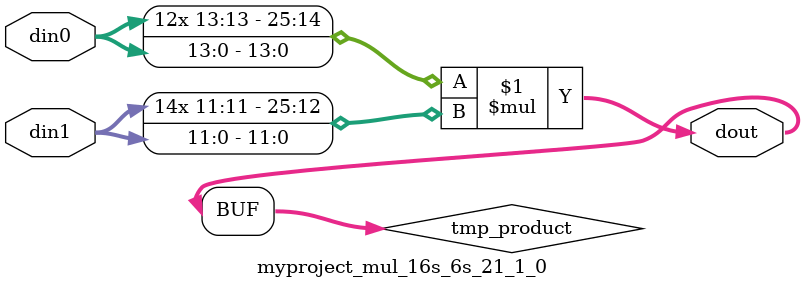
<source format=v>

`timescale 1 ns / 1 ps

  module myproject_mul_16s_6s_21_1_0(din0, din1, dout);
parameter ID = 1;
parameter NUM_STAGE = 0;
parameter din0_WIDTH = 14;
parameter din1_WIDTH = 12;
parameter dout_WIDTH = 26;

input [din0_WIDTH - 1 : 0] din0; 
input [din1_WIDTH - 1 : 0] din1; 
output [dout_WIDTH - 1 : 0] dout;

wire signed [dout_WIDTH - 1 : 0] tmp_product;













assign tmp_product = $signed(din0) * $signed(din1);








assign dout = tmp_product;







endmodule

</source>
